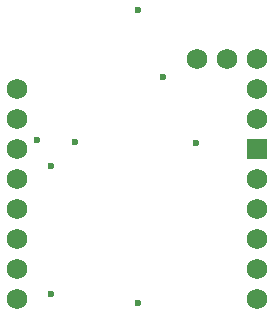
<source format=gbr>
%TF.GenerationSoftware,KiCad,Pcbnew,9.0.6*%
%TF.CreationDate,2025-11-18T16:50:12-05:00*%
%TF.ProjectId,Rev. 3,5265762e-2033-42e6-9b69-6361645f7063,rev?*%
%TF.SameCoordinates,Original*%
%TF.FileFunction,Copper,L3,Inr*%
%TF.FilePolarity,Positive*%
%FSLAX46Y46*%
G04 Gerber Fmt 4.6, Leading zero omitted, Abs format (unit mm)*
G04 Created by KiCad (PCBNEW 9.0.6) date 2025-11-18 16:50:12*
%MOMM*%
%LPD*%
G01*
G04 APERTURE LIST*
%TA.AperFunction,ComponentPad*%
%ADD10C,1.727200*%
%TD*%
%TA.AperFunction,ComponentPad*%
%ADD11R,1.727200X1.727200*%
%TD*%
%TA.AperFunction,ViaPad*%
%ADD12C,0.600000*%
%TD*%
G04 APERTURE END LIST*
D10*
%TO.N,10{slash}A0*%
%TO.C,U2*%
X208894267Y-77971767D03*
%TO.N,11{slash}A1*%
X208894267Y-80511767D03*
%TO.N,9{slash}SCLK*%
X208894267Y-83051767D03*
%TO.N,7{slash}CIPO*%
X208894267Y-85591767D03*
%TO.N,8{slash}COPI*%
X208894267Y-88131767D03*
%TO.N,6{slash}CS*%
X208894267Y-90671767D03*
%TO.N,unconnected-(U2-NC-Pad7)*%
X208894267Y-93211767D03*
%TO.N,5{slash}LPIO0*%
X208894267Y-95751767D03*
%TO.N,4{slash}SDA1*%
X229214267Y-95751767D03*
%TO.N,3{slash}SCL1*%
X229214267Y-93211767D03*
%TO.N,2{slash}LPIO1{slash}TX*%
X229214267Y-90671767D03*
%TO.N,1{slash}LPIO2{slash}RX*%
X229214267Y-88131767D03*
%TO.N,0{slash}LPIO3*%
X229214267Y-85591767D03*
D11*
%TO.N,GND*%
X229214267Y-83051767D03*
D10*
%TO.N,VDDIO_EXT*%
X229214267Y-80511767D03*
%TO.N,unconnected-(U2-NC-Pad16)*%
X229214267Y-77971767D03*
%TO.N,VIN*%
X229214267Y-75431767D03*
%TO.N,unconnected-(U2-NTC-Pad18)*%
X226674267Y-75431767D03*
%TO.N,VBAT*%
X224134267Y-75431767D03*
%TD*%
D12*
%TO.N,GND*%
X210581165Y-82267767D03*
X221300000Y-76900000D03*
X219167767Y-96067767D03*
%TO.N,VBAT*%
X213867767Y-82467767D03*
X224100000Y-82500000D03*
%TO.N,Net-(U3-~{WP}{slash}IO_{2})*%
X211767767Y-84432767D03*
X211767767Y-95267767D03*
%TO.N,DIODE*%
X219200000Y-71300000D03*
%TD*%
M02*

</source>
